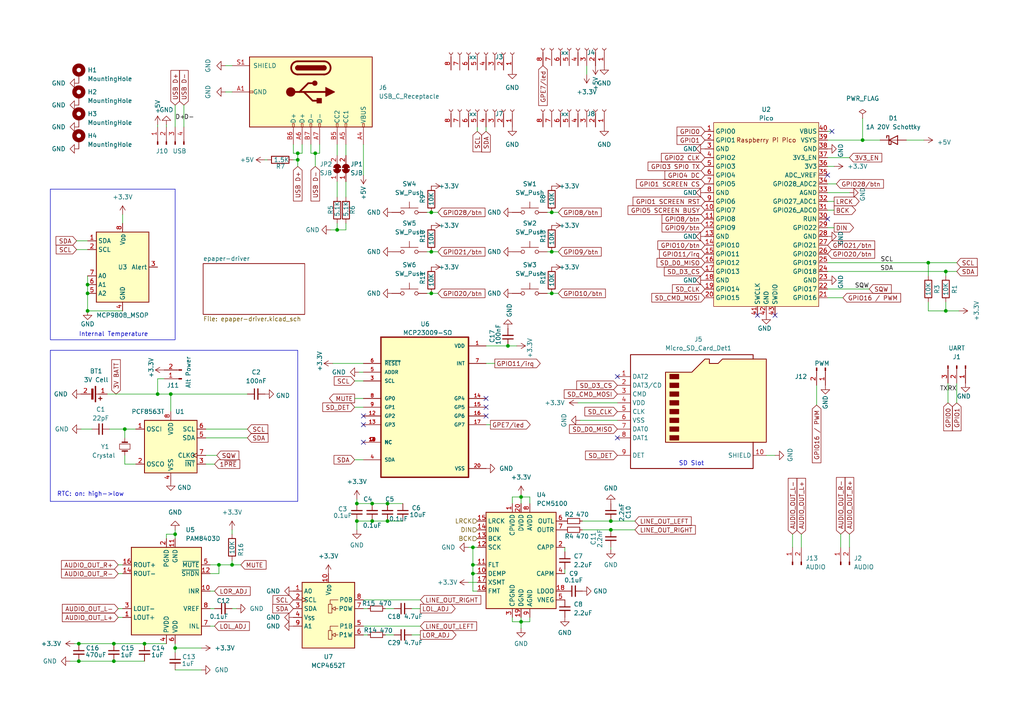
<source format=kicad_sch>
(kicad_sch (version 20231120) (generator "eeschema") (generator_version "8.0")
  (paper "A4")
  (junction (at 97.79 66.675))
  (junction (at 103.505 151.13))
  (junction (at 41.91 186.69))
  (junction (at 147.32 100.33))
  (junction (at 25.4 90.17))
  (junction (at 160.02 73.025))
  (junction (at 274.32 78.74))
  (junction (at 50.8 154.94))
  (junction (at 67.31 163.83))
  (junction (at 45.72 114.3))
  (junction (at 25.4 85.09))
  (junction (at 22.86 191.77))
  (junction (at 125.095 85.09))
  (junction (at 91.44 44.45))
  (junction (at 160.02 61.595))
  (junction (at 177.165 153.67))
  (junction (at 33.02 186.69))
  (junction (at 137.16 166.37))
  (junction (at 125.095 61.595))
  (junction (at 137.16 158.75))
  (junction (at 50.8 187.96))
  (junction (at 49.53 114.3))
  (junction (at 177.165 151.13))
  (junction (at 125.095 73.025))
  (junction (at 151.13 180.34))
  (junction (at 107.95 151.13))
  (junction (at 103.505 146.05))
  (junction (at 86.36 46.355))
  (junction (at 160.02 85.09))
  (junction (at 33.02 191.77))
  (junction (at 112.395 151.13))
  (junction (at 63.5 163.83))
  (junction (at 151.13 144.145))
  (junction (at 274.32 90.17))
  (junction (at 250.19 40.64))
  (junction (at 36.195 124.46))
  (junction (at 269.24 76.2))
  (junction (at 25.4 82.55))
  (junction (at 112.395 146.05))
  (junction (at 86.36 44.45))
  (junction (at 107.95 146.05))
  (junction (at 22.86 186.69))
  (junction (at 137.16 163.83))
  (no_connect (at 241.3 38.1))
  (no_connect (at 179.07 127))
  (no_connect (at 219.71 91.44))
  (no_connect (at 179.07 109.22))
  (no_connect (at 224.79 91.44))
  (no_connect (at 140.97 120.65))
  (no_connect (at 240.03 50.8))
  (no_connect (at 140.97 115.57))
  (no_connect (at 240.03 63.5))
  (no_connect (at 105.41 123.19))
  (no_connect (at 105.41 128.27))
  (no_connect (at 140.97 118.11))
  (no_connect (at 105.41 120.65))
  (wire (pts (xy 167.64 116.84) (xy 179.07 116.84)))
  (wire (pts (xy 137.16 163.83) (xy 137.16 166.37)))
  (wire (pts (xy 86.36 48.26) (xy 86.36 46.355)))
  (wire (pts (xy 92.71 44.45) (xy 92.71 41.91)))
  (wire (pts (xy 53.34 30.48) (xy 53.34 36.83)))
  (wire (pts (xy 121.92 176.53) (xy 119.38 176.53)))
  (wire (pts (xy 58.42 187.96) (xy 50.8 187.96)))
  (wire (pts (xy 168.91 153.67) (xy 177.165 153.67)))
  (polyline (pts (xy 14.605 54.864) (xy 14.605 98.425)))
  (polyline (pts (xy 86.36 101.6) (xy 14.605 101.6)))
  (wire (pts (xy 177.165 158.75) (xy 177.165 159.385)))
  (wire (pts (xy 240.03 83.82) (xy 252.095 83.82)))
  (wire (pts (xy 48.26 154.94) (xy 50.8 154.94)))
  (wire (pts (xy 34.29 176.53) (xy 35.56 176.53)))
  (wire (pts (xy 151.13 180.34) (xy 151.13 179.07)))
  (wire (pts (xy 236.855 117.475) (xy 236.855 111.76)))
  (polyline (pts (xy 14.605 145.415) (xy 86.36 145.415)))
  (wire (pts (xy 246.38 154.94) (xy 246.38 158.75)))
  (wire (pts (xy 240.03 76.2) (xy 269.24 76.2)))
  (wire (pts (xy 67.31 19.05) (xy 65.405 19.05)))
  (wire (pts (xy 232.41 154.94) (xy 232.41 158.75)))
  (wire (pts (xy 36.195 134.62) (xy 39.37 134.62)))
  (wire (pts (xy 106.68 176.53) (xy 105.41 176.53)))
  (wire (pts (xy 63.5 166.37) (xy 63.5 163.83)))
  (wire (pts (xy 262.89 40.64) (xy 267.97 40.64)))
  (wire (pts (xy 59.69 132.08) (xy 62.865 132.08)))
  (wire (pts (xy 116.84 146.05) (xy 112.395 146.05)))
  (wire (pts (xy 36.195 124.46) (xy 36.195 127)))
  (wire (pts (xy 21.59 186.69) (xy 22.86 186.69)))
  (wire (pts (xy 22.225 69.85) (xy 25.4 69.85)))
  (wire (pts (xy 50.8 187.96) (xy 50.8 186.69)))
  (wire (pts (xy 240.03 40.64) (xy 250.19 40.64)))
  (polyline (pts (xy 14.605 101.6) (xy 14.605 145.415)))
  (wire (pts (xy 67.31 176.53) (xy 68.58 176.53)))
  (wire (pts (xy 161.925 73.025) (xy 160.02 73.025)))
  (wire (pts (xy 148.59 179.07) (xy 148.59 180.34)))
  (wire (pts (xy 148.59 180.34) (xy 151.13 180.34)))
  (wire (pts (xy 34.29 179.07) (xy 35.56 179.07)))
  (wire (pts (xy 67.31 26.67) (xy 65.405 26.67)))
  (wire (pts (xy 135.89 168.91) (xy 138.43 168.91)))
  (wire (pts (xy 168.275 121.92) (xy 179.07 121.92)))
  (wire (pts (xy 246.38 55.88) (xy 240.03 55.88)))
  (wire (pts (xy 25.4 80.01) (xy 25.4 82.55)))
  (wire (pts (xy 103.505 151.13) (xy 107.95 151.13)))
  (wire (pts (xy 45.72 114.3) (xy 49.53 114.3)))
  (wire (pts (xy 90.17 41.91) (xy 90.17 44.45)))
  (wire (pts (xy 274.32 90.17) (xy 274.32 87.63)))
  (wire (pts (xy 31.115 114.3) (xy 45.72 114.3)))
  (wire (pts (xy 33.02 186.69) (xy 41.91 186.69)))
  (wire (pts (xy 62.23 181.61) (xy 60.96 181.61)))
  (wire (pts (xy 240.03 78.74) (xy 274.32 78.74)))
  (wire (pts (xy 106.68 184.15) (xy 105.41 184.15)))
  (wire (pts (xy 137.16 166.37) (xy 138.43 166.37)))
  (wire (pts (xy 86.36 46.355) (xy 86.36 44.45)))
  (wire (pts (xy 50.8 154.94) (xy 50.8 156.21)))
  (wire (pts (xy 114.3 184.15) (xy 111.76 184.15)))
  (wire (pts (xy 121.92 184.15) (xy 119.38 184.15)))
  (wire (pts (xy 100.33 41.91) (xy 100.33 45.085)))
  (wire (pts (xy 143.51 105.41) (xy 140.97 105.41)))
  (wire (pts (xy 102.87 110.49) (xy 105.41 110.49)))
  (wire (pts (xy 147.32 100.33) (xy 149.86 100.33)))
  (wire (pts (xy 76.835 46.355) (xy 77.47 46.355)))
  (wire (pts (xy 160.02 85.09) (xy 158.75 85.09)))
  (wire (pts (xy 90.17 44.45) (xy 91.44 44.45)))
  (wire (pts (xy 224.79 132.08) (xy 222.25 132.08)))
  (wire (pts (xy 102.87 118.11) (xy 105.41 118.11)))
  (wire (pts (xy 161.925 85.09) (xy 160.02 85.09)))
  (wire (pts (xy 148.59 146.05) (xy 148.59 144.145)))
  (wire (pts (xy 49.53 114.3) (xy 49.53 119.38)))
  (wire (pts (xy 151.13 182.245) (xy 151.13 180.34)))
  (wire (pts (xy 153.67 144.145) (xy 151.13 144.145)))
  (wire (pts (xy 135.89 158.75) (xy 137.16 158.75)))
  (wire (pts (xy 36.195 132.08) (xy 36.195 134.62)))
  (wire (pts (xy 151.13 143.51) (xy 151.13 144.145)))
  (wire (pts (xy 177.165 151.13) (xy 184.15 151.13)))
  (wire (pts (xy 60.96 163.83) (xy 63.5 163.83)))
  (wire (pts (xy 97.79 41.91) (xy 97.79 45.085)))
  (wire (pts (xy 163.83 158.75) (xy 163.83 160.02)))
  (wire (pts (xy 91.44 48.26) (xy 91.44 44.45)))
  (wire (pts (xy 45.72 109.855) (xy 45.72 114.3)))
  (wire (pts (xy 22.86 191.77) (xy 33.02 191.77)))
  (wire (pts (xy 86.36 44.45) (xy 87.63 44.45)))
  (wire (pts (xy 138.43 38.1) (xy 138.43 36.83)))
  (wire (pts (xy 153.67 180.34) (xy 151.13 180.34)))
  (wire (pts (xy 62.23 176.53) (xy 60.96 176.53)))
  (wire (pts (xy 123.825 85.09) (xy 125.095 85.09)))
  (wire (pts (xy 102.87 133.35) (xy 105.41 133.35)))
  (wire (pts (xy 160.02 61.595) (xy 158.75 61.595)))
  (wire (pts (xy 140.97 38.1) (xy 140.97 36.83)))
  (wire (pts (xy 33.02 191.77) (xy 41.91 191.77)))
  (wire (pts (xy 41.91 186.69) (xy 48.26 186.69)))
  (wire (pts (xy 269.24 80.01) (xy 269.24 76.2)))
  (wire (pts (xy 123.825 73.025) (xy 125.095 73.025)))
  (wire (pts (xy 246.38 45.72) (xy 240.03 45.72)))
  (wire (pts (xy 137.16 158.75) (xy 138.43 158.75)))
  (wire (pts (xy 91.44 44.45) (xy 92.71 44.45)))
  (wire (pts (xy 241.935 48.26) (xy 240.03 48.26)))
  (wire (pts (xy 137.16 171.45) (xy 138.43 171.45)))
  (wire (pts (xy 240.03 38.1) (xy 241.3 38.1)))
  (wire (pts (xy 100.33 52.705) (xy 100.33 57.15)))
  (wire (pts (xy 103.505 146.05) (xy 107.95 146.05)))
  (wire (pts (xy 168.91 151.13) (xy 177.165 151.13)))
  (wire (pts (xy 50.8 189.23) (xy 50.8 187.96)))
  (wire (pts (xy 104.14 107.95) (xy 105.41 107.95)))
  (wire (pts (xy 274.32 80.01) (xy 274.32 78.74)))
  (wire (pts (xy 34.29 163.83) (xy 35.56 163.83)))
  (wire (pts (xy 48.26 156.21) (xy 48.26 154.94)))
  (wire (pts (xy 244.475 86.36) (xy 240.03 86.36)))
  (wire (pts (xy 105.41 41.91) (xy 105.41 50.8)))
  (wire (pts (xy 25.4 90.17) (xy 35.56 90.17)))
  (wire (pts (xy 39.37 124.46) (xy 36.195 124.46)))
  (polyline (pts (xy 50.8 54.864) (xy 14.605 54.864)))
  (wire (pts (xy 50.8 36.83) (xy 50.8 30.48)))
  (wire (pts (xy 250.19 34.29) (xy 250.19 40.64)))
  (wire (pts (xy 269.24 87.63) (xy 269.24 90.17)))
  (wire (pts (xy 277.495 78.74) (xy 274.32 78.74)))
  (wire (pts (xy 105.41 181.61) (xy 121.92 181.61)))
  (wire (pts (xy 137.16 158.75) (xy 137.16 163.83)))
  (wire (pts (xy 278.13 90.17) (xy 274.32 90.17)))
  (wire (pts (xy 277.495 116.84) (xy 277.495 111.125)))
  (wire (pts (xy 137.16 163.83) (xy 138.43 163.83)))
  (wire (pts (xy 34.29 166.37) (xy 35.56 166.37)))
  (wire (pts (xy 49.53 114.3) (xy 71.755 114.3)))
  (wire (pts (xy 170.18 21.59) (xy 170.18 19.05)))
  (wire (pts (xy 59.69 124.46) (xy 71.755 124.46)))
  (wire (pts (xy 63.5 163.83) (xy 67.31 163.83)))
  (wire (pts (xy 85.09 41.91) (xy 85.09 44.45)))
  (wire (pts (xy 151.13 144.145) (xy 151.13 146.05)))
  (wire (pts (xy 137.16 166.37) (xy 137.16 171.45)))
  (wire (pts (xy 229.87 154.94) (xy 229.87 158.75)))
  (wire (pts (xy 97.79 52.705) (xy 97.79 57.15)))
  (wire (pts (xy 62.23 134.62) (xy 59.69 134.62)))
  (wire (pts (xy 103.505 144.78) (xy 103.505 146.05)))
  (wire (pts (xy 45.72 109.855) (xy 47.625 109.855)))
  (wire (pts (xy 100.33 64.77) (xy 100.33 66.675)))
  (wire (pts (xy 277.495 76.2) (xy 269.24 76.2)))
  (wire (pts (xy 177.165 153.67) (xy 184.15 153.67)))
  (wire (pts (xy 45.72 36.83) (xy 45.72 36.195)))
  (wire (pts (xy 107.95 151.13) (xy 112.395 151.13)))
  (wire (pts (xy 241.935 66.04) (xy 240.03 66.04)))
  (wire (pts (xy 241.935 58.42) (xy 240.03 58.42)))
  (wire (pts (xy 153.67 146.05) (xy 153.67 144.145)))
  (wire (pts (xy 87.63 44.45) (xy 87.63 41.91)))
  (polyline (pts (xy 50.8 98.425) (xy 50.8 54.864)))
  (wire (pts (xy 22.86 186.69) (xy 33.02 186.69)))
  (wire (pts (xy 100.33 66.675) (xy 97.79 66.675)))
  (wire (pts (xy 50.8 153.67) (xy 50.8 154.94)))
  (wire (pts (xy 250.19 40.64) (xy 255.27 40.64)))
  (wire (pts (xy 274.32 90.17) (xy 269.24 90.17)))
  (wire (pts (xy 67.31 163.83) (xy 69.85 163.83)))
  (wire (pts (xy 25.4 85.09) (xy 25.4 90.17)))
  (wire (pts (xy 67.31 162.56) (xy 67.31 163.83)))
  (wire (pts (xy 62.23 171.45) (xy 60.96 171.45)))
  (wire (pts (xy 125.095 61.595) (xy 127 61.595)))
  (wire (pts (xy 22.225 72.39) (xy 25.4 72.39)))
  (polyline (pts (xy 86.36 145.415) (xy 86.36 101.6)))
  (wire (pts (xy 114.3 176.53) (xy 111.76 176.53)))
  (wire (pts (xy 105.41 173.99) (xy 121.92 173.99)))
  (wire (pts (xy 67.31 153.67) (xy 67.31 154.94)))
  (wire (pts (xy 125.095 85.09) (xy 127 85.09)))
  (wire (pts (xy 148.59 144.145) (xy 151.13 144.145)))
  (wire (pts (xy 97.79 64.77) (xy 97.79 66.675)))
  (wire (pts (xy 163.83 165.1) (xy 163.83 166.37)))
  (wire (pts (xy 160.02 73.025) (xy 158.75 73.025)))
  (wire (pts (xy 58.42 194.31) (xy 50.8 194.31)))
  (wire (pts (xy 140.97 100.33) (xy 147.32 100.33)))
  (wire (pts (xy 31.75 124.46) (xy 36.195 124.46)))
  (wire (pts (xy 25.4 82.55) (xy 25.4 85.09)))
  (wire (pts (xy 123.825 61.595) (xy 125.095 61.595)))
  (wire (pts (xy 85.09 44.45) (xy 86.36 44.45)))
  (wire (pts (xy 96.52 105.41) (xy 105.41 105.41)))
  (wire (pts (xy 60.96 166.37) (xy 63.5 166.37)))
  (wire (pts (xy 241.935 60.96) (xy 240.03 60.96)))
  (wire (pts (xy 95.885 66.675) (xy 97.79 66.675)))
  (wire (pts (xy 107.95 146.05) (xy 112.395 146.05)))
  (wire (pts (xy 243.84 154.94) (xy 243.84 158.75)))
  (wire (pts (xy 142.24 123.19) (xy 140.97 123.19)))
  (wire (pts (xy 20.32 191.77) (xy 22.86 191.77)))
  (wire (pts (xy 35.56 62.23) (xy 35.56 64.77)))
  (wire (pts (xy 274.955 116.84) (xy 274.955 111.125)))
  (polyline (pts (xy 14.605 98.552) (xy 50.8 98.552)))
  (wire (pts (xy 48.26 36.83) (xy 48.26 36.195)))
  (wire (pts (xy 102.87 115.57) (xy 105.41 115.57)))
  (wire (pts (xy 112.395 151.13) (xy 116.84 151.13)))
  (wire (pts (xy 153.67 179.07) (xy 153.67 180.34)))
  (wire (pts (xy 125.095 73.025) (xy 127 73.025)))
  (wire (pts (xy 59.69 127) (xy 71.755 127)))
  (wire (pts (xy 23.495 124.46) (xy 26.67 124.46)))
  (wire (pts (xy 242.57 53.34) (xy 240.03 53.34)))
  (wire (pts (xy 161.925 61.595) (xy 160.02 61.595)))
  (wire (pts (xy 103.505 151.13) (xy 103.505 153.67)))
  (wire (pts (xy 85.09 46.355) (xy 86.36 46.355)))
  (text "SD Slot" (at 196.85 135.255 0) (effects (font (size 1.27 1.27)) (justify left bottom)))
  (text "Internal Temperature" (at 22.86 97.79 0) (effects (font (size 1.27 1.27)) (justify left bottom)))
  (text "RTC: on: high->low" (at 16.51 144.145 0) (effects (font (size 1.27 1.27)) (justify left bottom)))
  (label "SQW" (at 252.095 83.82 180))
  (label "D-" (at 53.34 34.925 0))
  (label "D+" (at 50.8 34.925 0))
  (label "RX" (at 277.495 113.665 180))
  (label "SCL" (at 259.08 76.2 180))
  (label "SDA" (at 259.08 78.74 180))
  (label "TX" (at 274.955 113.665 180))
  (global_label "GPIO1 SCREEN RST" (shape input) (at 204.47 58.42 180) (property "Intersheetrefs" "${INTERSHEET_REFS}" (effects (hide yes))))
  (global_label "LINE_OUT_RIGHT" (shape input) (at 184.15 153.67 0) (property "Intersheetrefs" "${INTERSHEET_REFS}" (effects (hide yes))))
  (global_label "1~{PRE}" (shape input) (at 62.23 134.62 0) (property "Intersheetrefs" "${INTERSHEET_REFS}" (effects (hide yes))))
  (global_label "AUDIO_OUT_L-" (shape input) (at 34.29 176.53 180) (property "Intersheetrefs" "${INTERSHEET_REFS}" (effects (hide yes))))
  (global_label "SDA" (shape input) (at 85.09 176.53 180) (property "Intersheetrefs" "${INTERSHEET_REFS}" (effects (hide yes))))
  (global_label "SCL" (shape input) (at 277.495 76.2 0) (property "Intersheetrefs" "${INTERSHEET_REFS}" (effects (hide yes))))
  (global_label "SD_D3_CS" (shape input) (at 179.07 111.76 180) (property "Intersheetrefs" "${INTERSHEET_REFS}" (effects (hide yes))))
  (global_label "SD_DET" (shape input) (at 179.07 132.08 180) (property "Intersheetrefs" "${INTERSHEET_REFS}" (effects (hide yes))))
  (global_label "GPE7{slash}led" (shape input) (at 157.48 19.05 270) (property "Intersheetrefs" "${INTERSHEET_REFS}" (effects (hide yes))))
  (global_label "GPIO4 DC" (shape input) (at 204.47 50.8 180) (property "Intersheetrefs" "${INTERSHEET_REFS}" (effects (hide yes))))
  (global_label "GPIO0" (shape input) (at 204.47 38.1 180) (property "Intersheetrefs" "${INTERSHEET_REFS}" (effects (hide yes))))
  (global_label "LRCK" (shape output) (at 241.935 58.42 0) (property "Intersheetrefs" "${INTERSHEET_REFS}" (effects (hide yes))))
  (global_label "GPIO1" (shape input) (at 204.47 40.64 180) (property "Intersheetrefs" "${INTERSHEET_REFS}" (effects (hide yes))))
  (global_label "3V BATT" (shape input) (at 33.655 114.3 90) (property "Intersheetrefs" "${INTERSHEET_REFS}" (effects (hide yes))))
  (global_label "USB D+" (shape input) (at 50.8 30.48 90) (property "Intersheetrefs" "${INTERSHEET_REFS}" (effects (hide yes))))
  (global_label "GPIO20{slash}btn" (shape input) (at 240.03 73.66 0) (property "Intersheetrefs" "${INTERSHEET_REFS}" (effects (hide yes))))
  (global_label "SDA" (shape input) (at 22.225 69.85 180) (property "Intersheetrefs" "${INTERSHEET_REFS}" (effects (hide yes))))
  (global_label "LINE_OUT_LEFT" (shape input) (at 184.15 151.13 0) (property "Intersheetrefs" "${INTERSHEET_REFS}" (effects (hide yes))))
  (global_label "AUDIO_OUT_R-" (shape input) (at 34.29 166.37 180) (property "Intersheetrefs" "${INTERSHEET_REFS}" (effects (hide yes))))
  (global_label "GPIO28{slash}btn" (shape input) (at 242.57 53.34 0) (property "Intersheetrefs" "${INTERSHEET_REFS}" (effects (hide yes))))
  (global_label "3V3_EN" (shape input) (at 246.38 45.72 0) (property "Intersheetrefs" "${INTERSHEET_REFS}" (effects (hide yes))))
  (global_label "GPIO10{slash}btn" (shape input) (at 161.925 85.09 0) (property "Intersheetrefs" "${INTERSHEET_REFS}" (effects (hide yes))))
  (global_label "SD_CLK" (shape input) (at 204.47 83.82 180) (property "Intersheetrefs" "${INTERSHEET_REFS}" (effects (hide yes))))
  (global_label "SD_DET" (shape input) (at 102.87 118.11 180) (property "Intersheetrefs" "${INTERSHEET_REFS}" (effects (hide yes))))
  (global_label "GPIO1 SCREEN CS" (shape input) (at 204.47 53.34 180) (property "Intersheetrefs" "${INTERSHEET_REFS}" (effects (hide yes))))
  (global_label "SCL" (shape input) (at 22.225 72.39 180) (property "Intersheetrefs" "${INTERSHEET_REFS}" (effects (hide yes))))
  (global_label "USB D+" (shape input) (at 86.36 48.26 270) (property "Intersheetrefs" "${INTERSHEET_REFS}" (effects (hide yes))))
  (global_label "USB D-" (shape input) (at 53.34 30.48 90) (property "Intersheetrefs" "${INTERSHEET_REFS}" (effects (hide yes))))
  (global_label "SD_D3_CS" (shape input) (at 204.47 78.74 180) (property "Intersheetrefs" "${INTERSHEET_REFS}" (effects (hide yes))))
  (global_label "SD_D0_MISO" (shape input) (at 179.07 124.46 180) (property "Intersheetrefs" "${INTERSHEET_REFS}" (effects (hide yes))))
  (global_label "SDA" (shape input) (at 140.97 38.1 270) (property "Intersheetrefs" "${INTERSHEET_REFS}" (effects (hide yes))))
  (global_label "AUDIO_OUT_R-" (shape input) (at 243.84 154.94 90) (property "Intersheetrefs" "${INTERSHEET_REFS}" (effects (hide yes))))
  (global_label "GPE7{slash}led" (shape output) (at 142.24 123.19 0) (property "Intersheetrefs" "${INTERSHEET_REFS}" (effects (hide yes))))
  (global_label "SD_CLK" (shape input) (at 179.07 119.38 180) (property "Intersheetrefs" "${INTERSHEET_REFS}" (effects (hide yes))))
  (global_label "SCL" (shape input) (at 71.755 124.46 0) (property "Intersheetrefs" "${INTERSHEET_REFS}" (effects (hide yes))))
  (global_label "MUTE" (shape input) (at 69.85 163.83 0) (property "Intersheetrefs" "${INTERSHEET_REFS}" (effects (hide yes))))
  (global_label "LINE_OUT_LEFT" (shape input) (at 121.92 181.61 0) (property "Intersheetrefs" "${INTERSHEET_REFS}" (effects (hide yes))))
  (global_label "SQW" (shape input) (at 62.865 132.08 0) (property "Intersheetrefs" "${INTERSHEET_REFS}" (effects (hide yes))))
  (global_label "GPIO8{slash}btn" (shape input) (at 161.925 61.595 0) (property "Intersheetrefs" "${INTERSHEET_REFS}" (effects (hide yes))))
  (global_label "SQW" (shape input) (at 252.095 83.82 0) (property "Intersheetrefs" "${INTERSHEET_REFS}" (effects (hide yes))))
  (global_label "GPIO9{slash}btn" (shape input) (at 204.47 66.04 180) (property "Intersheetrefs" "${INTERSHEET_REFS}" (effects (hide yes))))
  (global_label "GPIO1" (shape input) (at 277.495 116.84 270) (property "Intersheetrefs" "${INTERSHEET_REFS}" (effects (hide yes))))
  (global_label "LOR_ADJ" (shape output) (at 121.92 184.15 0) (property "Intersheetrefs" "${INTERSHEET_REFS}" (effects (hide yes))))
  (global_label "GPIO11{slash}irq" (shape output) (at 143.51 105.41 0) (property "Intersheetrefs" "${INTERSHEET_REFS}" (effects (hide yes))))
  (global_label "BCK" (shape output) (at 241.935 60.96 0) (property "Intersheetrefs" "${INTERSHEET_REFS}" (effects (hide yes))))
  (global_label "LINE_OUT_RIGHT" (shape input) (at 121.92 173.99 0) (property "Intersheetrefs" "${INTERSHEET_REFS}" (effects (hide yes))))
  (global_label "LOL_ADJ" (shape input) (at 62.23 181.61 0) (property "Intersheetrefs" "${INTERSHEET_REFS}" (effects (hide yes))))
  (global_label "AUDIO_OUT_L-" (shape input) (at 229.87 154.94 90) (property "Intersheetrefs" "${INTERSHEET_REFS}" (effects (hide yes))))
  (global_label "DIN" (shape output) (at 241.935 66.04 0) (property "Intersheetrefs" "${INTERSHEET_REFS}" (effects (hide yes))))
  (global_label "GPIO9{slash}btn" (shape input) (at 161.925 73.025 0) (property "Intersheetrefs" "${INTERSHEET_REFS}" (effects (hide yes))))
  (global_label "GPIO28{slash}btn" (shape input) (at 127 61.595 0) (property "Intersheetrefs" "${INTERSHEET_REFS}" (effects (hide yes))))
  (global_label "SDA" (shape input) (at 71.755 127 0) (property "Intersheetrefs" "${INTERSHEET_REFS}" (effects (hide yes))))
  (global_label "GPIO3 SPI0 TX" (shape input) (at 204.47 48.26 180) (property "Intersheetrefs" "${INTERSHEET_REFS}" (effects (hide yes))))
  (global_label "GPIO8{slash}btn" (shape input) (at 204.47 63.5 180) (property "Intersheetrefs" "${INTERSHEET_REFS}" (effects (hide yes))))
  (global_label "AUDIO_OUT_R+" (shape input) (at 34.29 163.83 180) (property "Intersheetrefs" "${INTERSHEET_REFS}" (effects (hide yes))))
  (global_label "LOL_ADJ" (shape output) (at 121.92 176.53 0) (property "Intersheetrefs" "${INTERSHEET_REFS}" (effects (hide yes))))
  (global_label "GPIO2 CLK" (shape input) (at 204.47 45.72 180) (property "Intersheetrefs" "${INTERSHEET_REFS}" (effects (hide yes))))
  (global_label "GPIO21{slash}btn" (shape input) (at 240.03 71.12 0) (property "Intersheetrefs" "${INTERSHEET_REFS}" (effects (hide yes))))
  (global_label "AUDIO_OUT_R+" (shape input) (at 246.38 154.94 90) (property "Intersheetrefs" "${INTERSHEET_REFS}" (effects (hide yes))))
  (global_label "GPIO5 SCREEN BUSY" (shape input) (at 204.47 60.96 180) (property "Intersheetrefs" "${INTERSHEET_REFS}" (effects (hide yes))))
  (global_label "SCL" (shape input) (at 85.09 173.99 180) (property "Intersheetrefs" "${INTERSHEET_REFS}" (effects (hide yes))))
  (global_label "SD_CMD_MOSI" (shape input) (at 179.07 114.3 180) (property "Intersheetrefs" "${INTERSHEET_REFS}" (effects (hide yes))))
  (global_label "MUTE" (shape output) (at 102.87 115.57 180) (property "Intersheetrefs" "${INTERSHEET_REFS}" (effects (hide yes))))
  (global_label "GPIO0" (shape input) (at 274.955 116.84 270) (property "Intersheetrefs" "${INTERSHEET_REFS}" (effects (hide yes))))
  (global_label "LOR_ADJ" (shape input) (at 62.23 171.45 0) (property "Intersheetrefs" "${INTERSHEET_REFS}" (effects (hide yes))))
  (global_label "GPIO11{slash}irq" (shape input) (at 204.47 73.66 180) (property "Intersheetrefs" "${INTERSHEET_REFS}" (effects (hide yes))))
  (global_label "SDA" (shape input) (at 102.87 133.35 180) (property "Intersheetrefs" "${INTERSHEET_REFS}" (effects (hide yes))))
  (global_label "SCL" (shape input) (at 102.87 110.49 180) (property "Intersheetrefs" "${INTERSHEET_REFS}" (effects (hide yes))))
  (global_label "USB D-" (shape input) (at 91.44 48.26 270) (property "Intersheetrefs" "${INTERSHEET_REFS}" (effects (hide yes))))
  (global_label "SD_CMD_MOSI" (shape input) (at 204.47 86.36 180) (property "Intersheetrefs" "${INTERSHEET_REFS}" (effects (hide yes))))
  (global_label "SD_D0_MISO" (shape input) (at 204.47 76.2 180) (property "Intersheetrefs" "${INTERSHEET_REFS}" (effects (hide yes))))
  (global_label "GPIO21{slash}btn" (shape input) (at 127 73.025 0) (property "Intersheetrefs" "${INTERSHEET_REFS}" (effects (hide yes))))
  (global_label "GPIO16 {slash} PWM" (shape input) (at 236.855 117.475 270) (property "Intersheetrefs" "${INTERSHEET_REFS}" (effects (hide yes))))
  (global_label "GPIO16 {slash} PWM" (shape input) (at 244.475 86.36 0) (property "Intersheetrefs" "${INTERSHEET_REFS}" (effects (hide yes))))
  (global_label "GPIO20{slash}btn" (shape input) (at 127 85.09 0) (property "Intersheetrefs" "${INTERSHEET_REFS}" (effects (hide yes))))
  (global_label "AUDIO_OUT_L+" (shape input) (at 232.41 154.94 90) (property "Intersheetrefs" "${INTERSHEET_REFS}" (effects (hide yes))))
  (global_label "GPIO10{slash}btn" (shape input) (at 204.47 71.12 180) (property "Intersheetrefs" "${INTERSHEET_REFS}" (effects (hide yes))))
  (global_label "AUDIO_OUT_L+" (shape input) (at 34.29 179.07 180) (property "Intersheetrefs" "${INTERSHEET_REFS}" (effects (hide yes))))
  (global_label "SDA" (shape input) (at 277.495 78.74 0) (property "Intersheetrefs" "${INTERSHEET_REFS}" (effects (hide yes))))
  (global_label "SCL" (shape input) (at 138.43 38.1 270) (property "Intersheetrefs" "${INTERSHEET_REFS}" (effects (hide yes))))
  (hierarchical_label "LRCK" (shape input) (at 138.43 151.13 180))
  (hierarchical_label "DIN" (shape input) (at 138.43 153.67 180))
  (hierarchical_label "BCK" (shape input) (at 138.43 156.21 180))
  (symbol (lib_id "Device:Battery_Cell") (at 26.035 114.3 270) (unit 1)
    (property "Reference" "BT1" (at 27.8765 107.6325 90))
    (property "Value" "3V Cell" (at 27.8765 110.1725 90))
    (property "Footprint" "cell:MPD_BC501SM-TR" (effects (hide yes)))
  )
  (symbol (lib_id "Device:R") (at 160.02 57.785 0) (unit 1)
    (property "Reference" "R8" (at 157.48 59.055 90) (effects (justify left)))
    (property "Value" "10K" (at 160.02 59.69 90) (effects (justify left)))
    (property "Footprint" "Resistor_SMD:R_0603_1608Metric" (effects (hide yes)))
    (property "LCSC" "C25744" (effects (hide yes)))
  )
  (symbol (lib_id "Device:C_Small") (at 116.84 176.53 90) (unit 1)
    (property "Reference" "C18" (at 114.3 178.816 90))
    (property "Value" "4.7uF" (at 119.888 178.816 90))
    (property "Footprint" "Capacitor_SMD:C_0603_1608Metric" (effects (hide yes)))
  )
  (symbol (lib_id "Device:C_Small") (at 50.8 191.77 0) (unit 1)
    (property "Reference" "C13" (at 52.832 190.5 0) (effects (justify left)))
    (property "Value" "1uF" (at 52.705 192.4939 0) (effects (justify left)))
    (property "Footprint" "Capacitor_SMD:C_0603_1608Metric" (effects (hide yes)))
  )
  (symbol (lib_id "power:GND") (at 76.835 114.3 90) (unit 1)
    (property "Reference" "#PWR05" (effects (hide yes)))
    (property "Value" "GND" (at 80.01 114.7338 90) (effects (justify right)))
  )
  (symbol (lib_id "power:GND") (at 58.42 194.31 90) (unit 1)
    (property "Reference" "#PWR073" (effects (hide yes)))
    (property "Value" "GND" (at 62.23 194.3099 90) (effects (justify right)))
  )
  (symbol (lib_id "power:GND") (at 151.13 182.245 0) (unit 1)
    (property "Reference" "#PWR037" (effects (hide yes)))
    (property "Value" "GND" (at 151.13 186.69 0))
  )
  (symbol (lib_id "Connector:Conn_01x08_Socket") (at 167.64 31.75 270) (mirror x) (unit 1)
    (property "Reference" "J8" (at 171.45 33.02 90))
    (property "Value" "xx" (at 163.83 33.02 90))
    (property "Footprint" "Connector_PinSocket_2.54mm:PinSocket_1x08_P2.54mm_Vertical" (effects (hide yes)))
  )
  (symbol (lib_id "power:+3.3V") (at 103.505 144.78 0) (unit 1)
    (property "Reference" "#PWR054" (effects (hide yes)))
    (property "Value" "+3.3V" (at 103.505 139.7 0))
  )
  (symbol (lib_id "Device:C_Small") (at 33.02 189.23 0) (unit 1)
    (property "Reference" "C15" (at 35.052 187.96 0) (effects (justify left)))
    (property "Value" "1uF" (at 34.925 189.9539 0) (effects (justify left)))
    (property "Footprint" "Capacitor_SMD:C_0603_1608Metric" (effects (hide yes)))
  )
  (symbol (lib_id "power:GND") (at 204.47 68.58 270) (unit 1)
    (property "Reference" "#PWR08" (effects (hide yes)))
    (property "Value" "GND" (at 198.12 68.58 90) (effects (justify left)))
  )
  (symbol (lib_id "power:GND") (at 22.86 36.83 270) (unit 1)
    (property "Reference" "#PWR066" (effects (hide yes)))
    (property "Value" "GND" (at 19.05 36.83 90) (effects (justify right)))
  )
  (symbol (lib_id "power:+3.3V") (at 47.625 107.315 90) (unit 1)
    (property "Reference" "#PWR03" (effects (hide yes)))
    (property "Value" "+3.3V" (at 43.815 106.68 0))
  )
  (symbol (lib_id "power:+3.3V") (at 170.18 21.59 180) (unit 1)
    (property "Reference" "#PWR048" (effects (hide yes)))
    (property "Value" "+3.3V" (at 170.18 26.67 0))
  )
  (symbol (lib_id "power:+3.3V") (at 160.02 77.47 270) (unit 1)
    (property "Reference" "#PWR063" (effects (hide yes)))
    (property "Value" "+3.3V" (at 165.1 77.47 90))
  )
  (symbol (lib_id "Device:C_Small") (at 177.165 156.21 180) (unit 1)
    (property "Reference" "C11" (at 172.085 156.21 90))
    (property "Value" "2.2nF" (at 173.99 156.21 90))
    (property "Footprint" "Capacitor_SMD:C_0603_1608Metric" (effects (hide yes)))
  )
  (symbol (lib_id "Device:R_Small") (at 109.22 184.15 90) (unit 1)
    (property "Reference" "R14" (at 107.442 182.753 90))
    (property "Value" "470" (at 112.014 182.88 90))
    (property "Footprint" "Resistor_SMD:R_0603_1608Metric" (effects (hide yes)))
  )
  (symbol (lib_id "power:+5V") (at 45.72 36.195 0) (unit 1)
    (property "Reference" "#PWR056" (effects (hide yes)))
    (property "Value" "+5V" (at 45.72 33.02 90) (effects (justify left)))
  )
  (symbol (lib_id "power:+5V") (at 267.97 40.64 270) (unit 1)
    (property "Reference" "#PWR017" (effects (hide yes)))
    (property "Value" "+5V" (at 271.78 41.275 90) (effects (justify left)))
  )
  (symbol (lib_id "Connector:Micro_SD_Card_Det1") (at 201.93 119.38 0) (unit 1)
    (property "Reference" "J5" (at 202.565 98.425 0))
    (property "Value" "Micro_SD_Card_Det1" (at 202.565 100.965 0))
    (property "Footprint" "Connector_Card:microSD_HC_Hirose_DM3AT-SF-PEJM5" (effects (hide yes)))
    (property "Datasheet" "https://datasheet.lcsc.com/lcsc/2110151630_XKB-Connectivity-XKTF-015-N_C381082.pdf" (effects (hide yes)))
  )
  (symbol (lib_id "power:+3.3V") (at 160.02 65.405 270) (unit 1)
    (property "Reference" "#PWR064" (effects (hide yes)))
    (property "Value" "+3.3V" (at 165.1 65.405 90))
  )
  (symbol (lib_id "Device:C_Small") (at 177.165 148.59 0) (unit 1)
    (property "Reference" "C10" (at 182.245 148.59 90))
    (property "Value" "2.2nF" (at 180.34 148.59 90))
    (property "Footprint" "Capacitor_SMD:C_0603_1608Metric" (effects (hide yes)))
  )
  (symbol (lib_id "power:GND") (at 239.395 111.76 0) (unit 1)
    (property "Reference" "#PWR072" (effects (hide yes)))
    (property "Value" "GND" (at 239.395 118.745 90) (effects (justify left)))
  )
  (symbol (lib_id "Device:C_Small") (at 103.505 148.59 180) (unit 1)
    (property "Reference" "C3" (at 99.3775 147.6375 0))
    (property "Value" "0.1uF" (at 99.3775 149.5425 0))
    (property "Footprint" "Capacitor_SMD:C_0603_1608Metric" (effects (hide yes)))
  )
  (symbol (lib_id "power:GND") (at 204.47 43.18 270) (unit 1)
    (property "Reference" "#PWR06" (effects (hide yes)))
    (property "Value" "GND" (at 198.12 43.18 90) (effects (justify left)))
  )
  (symbol (lib_id "Device:R_Small") (at 109.22 176.53 270) (unit 1)
    (property "Reference" "R15" (at 106.934 175.006 90))
    (property "Value" "470" (at 111.76 175.006 90))
    (property "Footprint" "Resistor_SMD:R_0603_1608Metric" (effects (hide yes)))
  )
  (symbol (lib_id "Device:C_Small") (at 22.86 189.23 0) (unit 1)
    (property "Reference" "C16" (at 24.892 187.96 0) (effects (justify left)))
    (property "Value" "470uF" (at 24.765 189.9539 0) (effects (justify left)))
    (property "Footprint" "Capacitor_SMD:C_0603_1608Metric" (effects (hide yes)))
  )
  (symbol (lib_id "power:GND") (at 148.59 73.025 270) (unit 1)
    (property "Reference" "#PWR051" (effects (hide yes)))
    (property "Value" "GND" (at 145.415 73.025 90) (effects (justify right)))
  )
  (symbol (lib_id "Device:R") (at 67.31 158.75 180) (unit 1)
    (property "Reference" "R16" (at 69.85 157.48 90) (effects (justify left)))
    (property "Value" "10K" (at 67.31 156.845 90) (effects (justify left)))
    (property "Footprint" "Resistor_SMD:R_0603_1608Metric" (effects (hide yes)))
    (property "LCSC" "C25744" (effects (hide yes)))
  )
  (symbol (lib_id "power:+3.3V") (at 58.42 187.96 270) (unit 1)
    (property "Reference" "#PWR039" (effects (hide yes)))
    (property "Value" "+3.3V" (at 62.23 187.9599 90) (effects (justify left)))
  )
  (symbol (lib_id "power:GND") (at 49.53 139.7 0) (unit 1)
    (property "Reference" "#PWR04" (effects (hide yes)))
    (property "Value" "GND" (at 51.435 141.4038 0) (effects (justify left)))
  )
  (symbol (lib_id "Sensor_Temperature:MCP9808_MSOP") (at 35.56 77.47 0) (unit 1)
    (property "Reference" "U3" (at 35.56 77.47 0))
    (property "Value" "MCP9808_MSOP" (at 35.56 91.44 0))
    (property "Footprint" "Package_SO:MSOP-8_3x3mm_P0.65mm" (effects (hide yes)))
    (property "Datasheet" "http://ww1.microchip.com/downloads/en/DeviceDoc/22203b.pdf" (effects (hide yes)))
    (property "LCSC" "C129490" (effects (hide yes)))
  )
  (symbol (lib_id "Device:C_Small") (at 147.32 97.79 180) (unit 1)
    (property "Reference" "C17" (at 142.748 97.536 90))
    (property "Value" "100nF" (at 144.526 97.028 90))
    (property "Footprint" "Capacitor_SMD:C_0603_1608Metric" (effects (hide yes)))
    (property "LCSC" "C1525" (effects (hide yes)))
  )
  (symbol (lib_id "Device:C_Small") (at 166.37 171.45 90) (unit 1)
    (property "Reference" "C9" (at 166.37 166.37 90))
    (property "Value" "0.1uF" (at 166.37 168.275 90))
    (property "Footprint" "Capacitor_SMD:C_0603_1608Metric" (effects (hide yes)))
  )
  (symbol (lib_id "power:GND") (at 103.505 153.67 0) (unit 1)
    (property "Reference" "#PWR029" (effects (hide yes)))
    (property "Value" "GND" (at 103.505 158.115 0))
  )
  (symbol (lib_id "power:GND") (at 148.59 61.595 270) (unit 1)
    (property "Reference" "#PWR050" (effects (hide yes)))
    (property "Value" "GND" (at 145.415 61.595 90) (effects (justify right)))
  )
  (symbol (lib_id "power:GND") (at 168.275 121.92 270) (unit 1)
    (property "Reference" "#PWR030" (effects (hide yes)))
    (property "Value" "GND" (at 163.576 121.92 0))
  )
  (symbol (lib_id "Device:R") (at 100.33 60.96 0) (unit 1)
    (property "Reference" "R6" (at 102.235 62.23 90) (effects (justify left)))
    (property "Value" "5.1K" (at 100.33 62.865 90) (effects (justify left)))
    (property "Footprint" "Resistor_SMD:R_0603_1608Metric" (effects (hide yes)))
  )
  (symbol (lib_id "Device:R") (at 160.02 69.215 0) (unit 1)
    (property "Reference" "R13" (at 157.48 70.485 90) (effects (justify left)))
    (property "Value" "10K" (at 160.02 71.12 90) (effects (justify left)))
    (property "Footprint" "Resistor_SMD:R_0603_1608Metric" (effects (hide yes)))
    (property "LCSC" "C25744" (effects (hide yes)))
  )
  (symbol (lib_id "power:GND") (at 175.26 19.05 0) (unit 1)
    (property "Reference" "#PWR022" (effects (hide yes)))
    (property "Value" "GND" (at 175.26 24.13 0))
  )
  (symbol (lib_id "power:+3.3V") (at 125.095 65.405 270) (unit 1)
    (property "Reference" "#PWR061" (effects (hide yes)))
    (property "Value" "+3.3V" (at 130.175 65.405 90))
  )
  (symbol (lib_id "Jumper:SolderJumper_2_Bridged") (at 97.79 48.895 90) (unit 1)
    (property "Reference" "JP2" (at 92.71 47.625 90) (effects (justify right)))
    (property "Value" "SJB" (at 92.71 50.165 90) (effects (justify right)))
    (property "Footprint" "Jumper:SolderJumper-2_P1.3mm_Bridged_RoundedPad1.0x1.5mm" (effects (hide yes)))
  )
  (symbol (lib_id "Device:R") (at 160.02 81.28 0) (unit 1)
    (property "Reference" "R12" (at 157.48 82.55 90) (effects (justify left)))
    (property "Value" "10K" (at 160.02 83.185 90) (effects (justify left)))
    (property "Footprint" "Resistor_SMD:R_0603_1608Metric" (effects (hide yes)))
    (property "LCSC" "C25744" (effects (hide yes)))
  )
  (symbol (lib_id "power:GND") (at 22.86 43.18 270) (unit 1)
    (property "Reference" "#PWR065" (effects (hide yes)))
    (property "Value" "GND" (at 19.05 43.18 90) (effects (justify right)))
  )
  (symbol (lib_id "power:+3.3V") (at 241.935 48.26 270) (unit 1)
    (property "Reference" "#PWR012" (effects (hide yes)))
    (property "Value" "+3.3V" (at 245.745 48.26 90) (effects (justify left)))
  )
  (symbol (lib_id "Device:R_Small") (at 166.37 153.67 90) (unit 1)
    (property "Reference" "R4" (at 165.1 155.575 90))
    (property "Value" "470" (at 168.91 155.575 90))
    (property "Footprint" "Resistor_SMD:R_0603_1608Metric" (effects (hide yes)))
  )
  (symbol (lib_id "power:GND") (at 177.165 159.385 0) (unit 1)
    (property "Reference" "#PWR031" (effects (hide yes)))
    (property "Value" "GND" (at 177.165 163.83 0))
  )
  (symbol (lib_id "power:GND") (at 85.09 179.07 270) (unit 1)
    (property "Reference" "#PWR080" (effects (hide yes)))
    (property "Value" "GND" (at 81.28 179.0699 90) (effects (justify right)))
  )
  (symbol (lib_id "Connector:Conn_01x08_Socket") (at 140.97 31.75 270) (mirror x) (unit 1)
    (property "Reference" "J7" (at 144.78 33.02 90))
    (property "Value" "xx" (at 137.16 33.02 90))
    (property "Footprint" "Connector_PinSocket_2.54mm:PinSocket_1x08_P2.54mm_Vertical" (effects (hide yes)))
  )
  (symbol (lib_id "power:GND") (at 23.495 114.3 270) (unit 1)
    (property "Reference" "#PWR069" (effects (hide yes)))
    (property "Value" "GND" (at 19.685 114.3 90) (effects (justify right)))
  )
  (symbol (lib_id "Device:C_Small") (at 163.83 162.56 0) (unit 1)
    (property "Reference" "C7" (at 166.37 161.2963 0) (effects (justify left)))
    (property "Value" "2.2uF" (at 166.37 163.8363 0) (effects (justify left)))
    (property "Footprint" "Capacitor_SMD:C_0402_1005Metric" (effects (hide yes)))
  )
  (symbol (lib_id "Device:D_Schottky") (at 259.08 40.64 0) (unit 1)
    (property "Reference" "D1" (at 259.08 34.29 0))
    (property "Value" "1A 20V Schottky" (at 259.08 36.83 0))
    (property "Footprint" "Diode_SMD:D_SOD-123F" (effects (hide yes)))
    (property "LCSC" "C169527" (effects (hide yes)))
  )
  (symbol (lib_id "Device:C_Small") (at 163.83 176.53 0) (unit 1)
    (property "Reference" "C8" (at 166.37 175.2663 0) (effects (justify left)))
    (property "Value" "2.2uF" (at 166.37 177.8063 0) (effects (justify left)))
    (property "Footprint" "Capacitor_SMD:C_0402_1005Metric" (effects (hide yes)))
  )
  (symbol (lib_id "Device:C_Small") (at 107.95 148.59 180) (unit 1)
    (property "Reference" "C4" (at 106.68 144.78 0))
    (property "Value" "0.1uF" (at 107.95 152.4 0))
    (property "Footprint" "Capacitor_SMD:C_0603_1608Metric" (effects (hide yes)))
  )
  (symbol (lib_id "power:GND") (at 148.59 20.32 0) (unit 1)
    (property "Reference" "#PWR021" (effects (hide yes)))
    (property "Value" "GND" (at 148.59 25.4 0))
  )
  (symbol (lib_id "Switch:SW_Push") (at 153.67 61.595 0) (unit 1)
    (property "Reference" "SW1" (at 153.67 53.34 0))
    (property "Value" "SW_Push" (at 153.67 55.88 0))
    (property "Footprint" "Button_Switch_SMD:SW_SPST_PTS645" (effects (hide yes)))
  )
  (symbol (lib_id "Timer_RTC:PCF8563T") (at 49.53 129.54 0) (unit 1)
    (property "Reference" "U1" (at 50.8 119.38 0) (effects (justify left)))
    (property "Value" "PCF8563T" (at 38.1 119.38 0) (effects (justify left)))
    (property "Footprint" "Package_SO:SOIC-8_3.9x4.9mm_P1.27mm" (effects (hide yes)))
    (property "Datasheet" "https://www.nxp.com/docs/en/data-sheet/PCF8563.pdf" (effects (hide yes)))
    (property "LCSC" "C7440" (effects (hide yes)))
  )
  (symbol (lib_id "power:GND") (at 95.885 66.675 270) (unit 1)
    (property "Reference" "#PWR055" (effects (hide yes)))
    (property "Value" "GND" (at 92.71 66.675 90) (effects (justify right)))
  )
  (symbol (lib_id "power:+5V") (at 172.72 19.05 180) (unit 1)
    (property "Reference" "#PWR070" (effects (hide yes)))
    (property "Value" "+5V" (at 172.72 22.225 90) (effects (justify left)))
  )
  (symbol (lib_id "Switch:SW_Push") (at 118.745 61.595 0) (unit 1)
    (property "Reference" "SW4" (at 118.745 53.34 0))
    (property "Value" "SW_Push" (at 118.745 55.88 0))
    (property "Footprint" "Button_Switch_SMD:SW_SPST_PTS645" (effects (hide yes)))
  )
  (symbol (lib_id "power:GND") (at 113.665 61.595 270) (unit 1)
    (property "Reference" "#PWR020" (effects (hide yes)))
    (property "Value" "GND" (at 110.49 61.595 90) (effects (justify right)))
  )
  (symbol (lib_id "power:GND") (at 280.035 111.125 0) (unit 1)
    (property "Reference" "#PWR016" (effects (hide yes)))
    (property "Value" "GND" (at 277.495 114.935 0) (effects (justify left)))
  )
  (symbol (lib_id "power:+3.3V") (at 278.13 90.17 270) (unit 1)
    (property "Reference" "#PWR035" (effects (hide yes)))
    (property "Value" "+3.3V" (at 283.21 90.17 0))
  )
  (symbol (lib_id "Connector:USB_C_Receptacle_USB2.0_14P") (at 90.17 26.67 270) (unit 1)
    (property "Reference" "J6" (at 109.855 25.4 90) (effects (justify left)))
    (property "Value" "USB_C_Receptacle" (at 109.855 27.94 90) (effects (justify left)))
    (property "Footprint" "Connector_USB:USB_C_Receptacle_GCT_USB4105-xx-A_16P_TopMnt_Horizontal" (effects (hide yes)))
    (property "Datasheet" "https://www.usb.org/sites/default/files/documents/usb_type-c.zip" (effects (hide yes)))
  )
  (symbol (lib_id "Device:C_Small") (at 116.84 184.15 90) (unit 1)
    (property "Reference" "C29" (at 114.3 186.436 90))
    (property "Value" "4.7uF" (at 119.888 186.436 90))
    (property "Footprint" "Capacitor_SMD:C_0603_1608Metric" (effects (hide yes)))
  )
  (symbol (lib_id "power:+3.3V") (at 35.56 62.23 0) (unit 1)
    (property "Reference" "#PWR025" (effects (hide yes)))
    (property "Value" "+3.3V" (at 35.56 57.15 0))
  )
  (symbol (lib_id "MCP23009:MCP23009-E_SS") (at 123.19 118.11 0) (unit 1)
    (property "Reference" "U6" (at 121.92 93.98 0) (effects (justify left)))
    (property "Value" "MCP23009-SO" (at 116.84 96.52 0) (effects (justify left)))
    (property "Footprint" "Package_SO:SSOP-20_5.3x7.2mm_P0.65mm" (effects (hide yes)))
    (property "Datasheet" "http://ww1.microchip.com/downloads/en/DeviceDoc/MCP23008-MCP23S08-Data-Sheet-20001919F.pdf" (effects (hide yes)))
    (property "MF" "Microchip" (effects (hide yes)))
    (property "MAXIMUM_PACKAGE_HEIGHT" "2 mm" (effects (hide yes)))
    (property "Package" "SSOP-20 Microchip" (effects (hide yes)))
    (property "Price" "None" (effects (hide yes)))
    (property "Check_prices" "https://www.snapeda.com/parts/MCP23009-E/SS/Microchip/view-part/?ref=eda" (effects (hide yes)))
    (property "STANDARD" "IPC 7351B" (effects (hide yes)))
    (property "PARTREV" "C" (effects (hide yes)))
    (property "SnapEDA_Link" "https://www.snapeda.com/parts/MCP23009-E/SS/Microchip/view-part/?ref=snap" (effects (hide yes)))
    (property "MP" "MCP23009-E/SS" (effects (hide yes)))
    (property "Description_1" "\n                        \n                            Microchip MCP23009-E/SS, 8-channel 8bit I/O Expander 3.4MHz, I2C, 20-Pin SSOP | Microchip Technology Inc. MCP23009-E/SS\n                        \n" (effects (hide yes)))
    (property "Availability" "In Stock" (effects (hide yes)))
    (property "MANUFACTURER" "Microchip" (effects (hide yes)))
  )
  (symbol (lib_id "power:GND") (at 240.03 68.58 90) (unit 1)
    (property "Reference" "#PWR013" (effects (hide yes)))
    (property "Value" "GND" (at 243.84 71.12 0) (effects (justify left)))
  )
  (symbol (lib_id "power:+3.3V") (at 67.31 153.67 0) (unit 1)
    (property "Reference" "#PWR081" (effects (hide yes)))
    (property "Value" "+3.3V" (at 67.31 148.59 0))
  )
  (symbol (lib_id "MCP4652:MCP4652T") (at 95.25 176.53 0) (unit 1)
    (property "Reference" "U7" (at 95.25 190.5 0))
    (property "Value" "MCP4652T" (at 95.25 193.04 0))
    (property "Footprint" "Package_SO:MSOP-10_3x3mm_P0.5mm" (effects (hide yes)))
  )
  (symbol (lib_id "Device:C_Small") (at 64.77 176.53 90) (unit 1)
    (property "Reference" "C12" (at 64.77 174.244 90))
    (property "Value" "0.1uF" (at 63.5 178.816 90))
    (property "Footprint" "Capacitor_SMD:C_0603_1608Metric" (effects (hide yes)))
  )
  (symbol (lib_id "power:GND") (at 85.09 181.61 270) (unit 1)
    (property "Reference" "#PWR078" (effects (hide yes)))
    (property "Value" "GND" (at 81.28 181.6099 90) (effects (justify right)))
  )
  (symbol (lib_id "power:+5V") (at 105.41 50.8 180) (unit 1)
    (property "Reference" "#PWR019" (effects (hide yes)))
    (property "Value" "+5V" (at 105.41 53.975 90) (effects (justify left)))
  )
  (symbol (lib_id "power:GND") (at 148.59 36.83 0) (unit 1)
    (property "Reference" "#PWR047" (effects (hide yes)))
    (property "Value" "GND" (at 148.59 41.91 0))
  )
  (symbol (lib_id "power:GND") (at 25.4 90.17 0) (unit 1)
    (property "Reference" "#PWR024" (effects (hide yes)))
    (property "Value" "GND" (at 25.4 93.98 0))
  )
  (symbol (lib_id "Device:C_Small") (at 29.21 124.46 90) (unit 1)
    (property "Reference" "C1" (at 29.21 118.745 90))
    (property "Value" "22pF" (at 29.21 121.285 90))
    (property "Footprint" "Capacitor_SMD:C_0603_1608Metric" (effects (hide yes)))
    (property "LCSC" "C1555" (effects (hide yes)))
  )
  (symbol (lib_id "power:GND") (at 135.89 158.75 270) (unit 1)
    (property "Reference" "#PWR032" (effects (hide yes)))
    (property "Value" "GND" (at 132.08 158.75 90) (effects (justify right)))
  )
  (symbol (lib_id "Connector:Conn_01x03_Pin") (at 277.495 106.045 270) (unit 1)
    (property "Reference" "J1" (at 277.495 103.505 90))
    (property "Value" "UART" (at 277.495 100.965 90))
    (property "Footprint" "Connector_PinHeader_2.54mm:PinHeader_1x03_P2.54mm_Vertical" (effects (hide yes)))
  )
  (symbol (lib_id "power:GND") (at 68.58 176.53 90) (unit 1)
    (property "Reference" "#PWR071" (effects (hide yes)))
    (property "Value" "GND" (at 72.39 176.5299 90) (effects (justify right)))
  )
  (symbol (lib_id "Device:R") (at 269.24 83.82 180) (unit 1)
    (property "Reference" "R3" (at 271.78 82.55 90) (effects (justify left)))
    (property "Value" "10K" (at 269.24 81.915 90) (effects (justify left)))
    (property "Footprint" "Resistor_SMD:R_0603_1608Metric" (effects (hide yes)))
    (property "LCSC" "C25744" (effects (hide yes)))
  )
  (symbol (lib_id "power:+3.3V") (at 125.095 77.47 270) (unit 1)
    (property "Reference" "#PWR062" (effects (hide yes)))
    (property "Value" "+3.3V" (at 130.175 77.47 90))
  )
  (symbol (lib_id "power:GND") (at 50.8 153.67 180) (unit 1)
    (property "Reference" "#PWR040" (effects (hide yes)))
    (property "Value" "GND" (at 50.8 148.59 0))
  )
  (symbol (lib_id "Connector:Conn_01x04_Pin") (at 48.26 41.91 90) (unit 1)
    (property "Reference" "J10" (at 46.99 43.815 90))
    (property "Value" "USB" (at 52.07 43.815 90))
    (property "Footprint" "Connector_PinHeader_2.54mm:PinHeader_1x04_P2.54mm_Vertical" (effects (hide yes)))
  )
  (symbol (lib_id "power:GND") (at 168.91 171.45 90) (unit 1)
    (property "Reference" "#PWR041" (effects (hide yes)))
    (property "Value" "GND" (at 172.085 171.45 90) (effects (justify right)))
  )
  (symbol (lib_id "Device:C_Small") (at 116.84 148.59 0) (unit 1)
    (property "Reference" "C6" (at 119.38 147.32 0) (effects (justify left)))
    (property "Value" "10uF" (at 118.745 149.3139 0) (effects (justify left)))
    (property "Footprint" "Capacitor_SMD:C_0805_2012Metric" (effects (hide yes)))
  )
  (symbol (lib_id "power:+3.3V") (at 135.89 168.91 90) (unit 1)
    (property "Reference" "#PWR033" (effects (hide yes)))
    (property "Value" "+3.3V" (at 132.715 168.91 90) (effects (justify left)))
  )
  (symbol (lib_id "power:+5V") (at 76.835 46.355 90) (unit 1)
    (property "Reference" "#PWR058" (effects (hide yes)))
    (property "Value" "+5V" (at 73.66 46.355 90) (effects (justify left)))
  )
  (symbol (lib_id "Device:C_Small") (at 74.295 114.3 90) (unit 1)
    (property "Reference" "C2" (at 74.295 107.95 90))
    (property "Value" "100nF" (at 74.295 110.49 90))
    (property "Footprint" "Capacitor_SMD:C_0603_1608Metric" (effects (hide yes)))
    (property "LCSC" "C1525" (effects (hide yes)))
  )
  (symbol (lib_id "power:GND") (at 175.26 36.83 0) (unit 1)
    (property "Reference" "#PWR049" (effects (hide yes)))
    (property "Value" "GND" (at 175.26 41.91 0))
  )
  (symbol (lib_id "Switch:SW_Push") (at 153.67 73.025 0) (unit 1)
    (property "Reference" "SW2" (at 153.67 64.77 0))
    (property "Value" "SW_Push" (at 153.67 67.31 0))
    (property "Footprint" "Button_Switch_SMD:SW_SPST_PTS645" (effects (hide yes)))
  )
  (symbol (lib_id "power:GND") (at 104.14 107.95 270) (unit 1)
    (property "Reference" "#PWR01" (effects (hide yes)))
    (property "Value" "GND" (at 100.33 107.9499 90) (effects (justify right)))
  )
  (symbol (lib_id "power:GND") (at 85.09 171.45 270) (unit 1)
    (property "Reference" "#PWR043" (effects (hide yes)))
    (property "Value" "GND" (at 81.28 171.4499 90) (effects (justify right)))
  )
  (symbol (lib_id "Amplifier_Audio:PAM8403D") (at 48.26 171.45 180) (unit 1)
    (property "Reference" "U5" (at 53.8165 153.67 0) (effects (justify right)))
    (property "Value" "PAM8403D" (at 53.8165 156.21 0) (effects (justify right)))
    (property "Footprint" "Package_SO:SOP-16_3.9x9.9mm_P1.27mm" (effects (hide yes)))
    (property "Datasheet" "https://www.diodes.com/assets/Datasheets/products_inactive_data/PAM8403.pdf" (effects (hide yes)))
    (property "Description" "3W Filterless Class-D Stereo Audio Amplifier, SOP-16" (effects (hide yes)))
  )
  (symbol (lib_id "power:GND") (at 48.26 36.195 180) (unit 1)
    (property "Reference" "#PWR057" (effects (hide yes)))
    (property "Value" "GND" (at 48.26 31.862 0))
  )
  (symbol (lib_id "Device:R") (at 274.32 83.82 180) (unit 1)
    (property "Reference" "R1" (at 276.86 82.55 90) (effects (justify left)))
    (property "Value" "10K" (at 274.32 81.915 90) (effects (justify left)))
    (property "Footprint" "Resistor_SMD:R_0603_1608Metric" (effects (hide yes)))
    (property "LCSC" "C25744" (effects (hide yes)))
  )
  (symbol (lib_id "Device:R") (at 97.79 60.96 0) (unit 1)
    (property "Reference" "R5" (at 95.885 62.23 90) (effects (justify left)))
    (property "Value" "5.1K" (at 97.79 62.865 90) (effects (justify left)))
    (property "Footprint" "Resistor_SMD:R_0603_1608Metric" (effects (hide yes)))
  )
  (symbol (lib_id "power:GND") (at 204.47 55.88 270) (unit 1)
    (property "Reference" "#PWR07" (effects (hide yes)))
    (property "Value" "GND" (at 198.12 55.88 90) (effects (justify left)))
  )
  (symbol (lib_id "power:GND") (at 22.86 24.13 270) (unit 1)
    (property "Reference" "#PWR068" (effects (hide yes)))
    (property "Value" "GND" (at 19.05 24.13 90) (effects (justify right)))
  )
  (symbol (lib_id "Switch:SW_Push") (at 153.67 85.09 0) (unit 1)
    (property "Reference" "SW3" (at 153.67 76.835 0))
    (property "Value" "SW_Push" (at 153.67 79.375 0))
    (property "Footprint" "Button_Switch_SMD:SW_SPST_PTS645" (effects (hide yes)))
  )
  (symbol (lib_id "power:+3.3V") (at 167.64 116.84 90) (unit 1)
    (property "Reference" "#PWR034" (effects (hide yes)))
    (property "Value" "+3.3V" (at 163.83 116.8399 90) (effects (justify left)))
  )
  (symbol (lib_id "power:GND") (at 140.97 135.89 90) (unit 1)
    (property "Reference" "#PWR077" (effects (hide yes)))
    (property "Value" "GND" (at 144.78 135.8899 90) (effects (justify right)))
  )
  (symbol (lib_id "power:+3.3V") (at 96.52 105.41 90) (unit 1)
    (property "Reference" "#PWR053" (effects (hide yes)))
    (property "Value" "+3.3V" (at 92.71 104.775 0))
  )
  (symbol (lib_id "Connector:Conn_01x02_Pin") (at 52.705 109.855 180) (unit 1)
    (property "Reference" "J11" (at 50.165 111.76 0))
    (property "Value" "Alt Power" (at 54.61 107.95 90))
    (property "Footprint" "Connector_PinHeader_2.54mm:PinHeader_1x02_P2.54mm_Vertical" (effects (hide yes)))
  )
  (symbol (lib_id "Connector:Conn_01x08_Socket") (at 167.64 13.97 270) (mirror x) (unit 1)
    (property "Reference" "J4" (at 171.45 15.24 90))
    (property "Value" "xx" (at 163.83 15.24 90))
    (property "Footprint" "Connector_PinSocket_2.54mm:PinSocket_1x08_P2.54mm_Vertical" (effects (hide yes)))
  )
  (symbol (lib_id "power:GND") (at 240.03 81.28 90) (unit 1)
    (property "Reference" "#PWR014" (effects (hide yes)))
    (property "Value" "GND" (at 243.84 83.82 0) (effects (justify left)))
  )
  (symbol (lib_id "power:+3.3V") (at 95.25 166.37 0) (unit 1)
    (property "Reference" "#PWR079" (effects (hide yes)))
    (property "Value" "+3.3V" (at 95.25 161.29 0))
  )
  (symbol (lib_id "Device:R_Small") (at 166.37 151.13 90) (unit 1)
    (property "Reference" "R2" (at 165.1 149.225 90))
    (property "Value" "470" (at 168.91 149.225 90))
    (property "Footprint" "Resistor_SMD:R_0603_1608Metric" (effects (hide yes)))
  )
  (symbol (lib_id "Device:R") (at 81.28 46.355 270) (unit 1)
    (property "Reference" "R7" (at 80.01 48.26 90) (effects (justify left)))
    (property "Value" "1.5K" (at 79.375 46.355 90) (effects (justify left)))
    (property "Footprint" "Resistor_SMD:R_0603_1608Metric" (effects (hide yes)))
  )
  (symbol (lib_id "Connector:Conn_01x02_Pin") (at 243.84 163.83 90) (unit 1)
    (property "Reference" "J2" (at 247.65 161.9249 90) (effects (justify right)))
    (property "Value" "AUDIO" (at 247.65 164.4649 90) (effects (justify right)))
    (property "Footprint" "Connector_PinHeader_2.54mm:PinHeader_1x02_P2.54mm_Vertical" (effects (hide yes)))
    (property "Description" "Generic connector, single row, 01x02, script generated" (effects (hide yes)))
  )
  (symbol (lib_id "power:PWR_FLAG") (at 250.19 34.29 0) (unit 1)
    (property "Reference" "#FLG01" (effects (hide yes)))
    (property "Value" "PWR_FLAG" (at 250.19 28.575 0))
  )
  (symbol (lib_id "power:GND") (at 65.405 26.67 270) (unit 1)
    (property "Reference" "#PWR044" (effects (hide yes)))
    (property "Value" "GND" (at 60.325 26.67 0))
  )
  (symbol (lib_id "Mechanical:MountingHole_Pad") (at 22.86 21.59 0) (unit 1)
    (property "Reference" "H1" (at 25.4 20.32 0) (effects (justify left)))
    (property "Value" "MountingHole" (at 25.4 22.86 0) (effects (justify left)))
    (property "Footprint" "MountingHole:MountingHole_3mm_Pad" (effects (hide yes)))
  )
  (symbol (lib_id "power:GND") (at 65.405 19.05 270) (unit 1)
    (property "Reference" "#PWR045" (effects (hide yes)))
    (property "Value" "GND" (at 60.325 19.05 0))
  )
  (symbol (lib_id "Audio:PCM5100") (at 151.13 161.29 0) (unit 1)
    (property "Reference" "U4" (at 155.6259 143.51 0) (effects (justify left)))
    (property "Value" "PCM5100" (at 155.6259 146.05 0) (effects (justify left)))
    (property "Footprint" "Package_SO:TSSOP-20_4.4x6.5mm_P0.65mm" (effects (hide yes)))
    (property "Datasheet" "http://www.ti.com/lit/ds/symlink/pcm5100.pdf" (effects (hide yes)))
  )
  (symbol (lib_id "Device:R") (at 125.095 81.28 0) (unit 1)
    (property "Reference" "R11" (at 122.555 82.55 90) (effects (justify left)))
    (property "Value" "10K" (at 125.095 83.185 90) (effects (justify left)))
    (property "Footprint" "Resistor_SMD:R_0603_1608Metric" (effects (hide yes)))
    (property "LCSC" "C25744" (effects (hide yes)))
  )
  (symbol (lib_id "power:GND") (at 240.03 43.18 90) (unit 1)
    (property "Reference" "#PWR011" (effects (hide yes)))
    (property "Value" "GND" (at 243.84 45.72 0) (effects (justify left)))
  )
  (symbol (lib_id "Mechanical:MountingHole_Pad") (at 22.86 40.64 0) (unit 1)
    (property "Reference" "H4" (at 25.4 39.37 0) (effects (justify left)))
    (property "Value" "MountingHole" (at 25.4 41.91 0) (effects (justify left)))
    (property "Footprint" "MountingHole:MountingHole_3mm_Pad" (effects (hide yes)))
  )
  (symbol (lib_id "power:GND") (at 163.83 179.07 0) (unit 1)
    (property "Reference" "#PWR026" (effects (hide yes)))
    (property "Value" "GND" (at 163.83 183.515 0))
  )
  (symbol (lib_id "power:GND") (at 224.79 132.08 90) (unit 1)
    (property "Reference" "#PWR036" (effects (hide yes)))
    (property "Value" "GND" (at 229.1842 131.953 0))
  )
  (symbol (lib_id "Mechanical:MountingHole_Pad") (at 22.86 27.94 0) (unit 1)
    (property "Reference" "H2" (at 25.4 26.67 0) (effects (justify left)))
    (property "Value" "MountingHole" (at 25.4 29.21 0) (effects (justify left)))
    (property "Footprint" "MountingHole:MountingHole_3mm_Pad" (effects (hide yes)))
  )
  (symbol (lib_id "power:GND") (at 113.665 85.09 270) (unit 1)
    (property "Reference" "#PWR046" (effects (hide yes)))
    (property "Value" "GND" (at 110.49 85.09 90) (effects (justify right)))
  )
  (symbol (lib_id "power:GND") (at 177.165 146.05 180) (unit 1)
    (property "Reference" "#PWR027" (effects (hide yes)))
    (property "Value" "GND" (at 177.165 141.605 0))
  )
  (symbol (lib_id "Connector:Conn_01x02_Pin") (at 229.87 163.83 90) (unit 1)
    (property "Reference" "J13" (at 233.68 161.9249 90) (effects (justify right)))
    (property "Value" "AUDIO" (at 233.68 164.4649 90) (effects (justify right)))
    (property "Footprint" "Connector_PinHeader_2.54mm:PinHeader_1x02_P2.54mm_Vertical" (effects (hide yes)))
    (property "Description" "Generic connector, single row, 01x02, script generated" (effects (hide yes)))
  )
  (symbol (lib_id "power:+3.3V") (at 21.59 186.69 90) (unit 1)
    (property "Reference" "#PWR038" (effects (hide yes)))
    (property "Value" "+3.3V" (at 17.78 186.6899 90) (effects (justify left)))
  )
  (symbol (lib_id "power:+3.3V") (at 151.13 143.51 0) (unit 1)
    (property "Reference" "#PWR028" (effects (hide yes)))
    (property "Value" "+3.3V" (at 151.13 138.43 0))
  )
  (symbol (lib_id "power:+3.3V") (at 160.02 53.975 270) (unit 1)
    (property "Reference" "#PWR059" (effects (hide yes)))
    (property "Value" "+3.3V" (at 165.1 53.975 90))
  )
  (symbol (lib_id "power:GND") (at 246.38 55.88 90) (unit 1)
    (property "Reference" "#PWR015" (effects (hide yes)))
    (property "Value" "GND" (at 250.19 58.42 0) (effects (justify left)))
  )
  (symbol (lib_id "power:GND") (at 222.25 91.44 0) (unit 1)
    (property "Reference" "#PWR010" (effects (hide yes)))
    (property "Value" "GND" (at 219.71 95.25 0) (effects (justify left)))
  )
  (symbol (lib_id "power:GND") (at 23.495 124.46 270) (unit 1)
    (property "Reference" "#PWR02" (effects (hide yes)))
    (property "Value" "GND" (at 15.875 124.46 90) (effects (justify left)))
  )
  (symbol (lib_id "power:+3.3V") (at 125.095 53.975 270) (unit 1)
    (property "Reference" "#PWR060" (effects (hide yes)))
    (property "Value" "+3.3V" (at 130.175 53.975 90))
  )
  (symbol (lib_id "power:GND") (at 147.32 95.25 180) (unit 1)
    (property "Reference" "#PWR018" (effects (hide yes)))
    (property "Value" "GND" (at 147.7538 92.075 90) (effects (justify right)))
  )
  (symbol (lib_id "Switch:SW_Push") (at 118.745 73.025 0) (unit 1)
    (property "Reference" "SW5" (at 118.745 64.77 0))
    (property "Value" "SW_Push" (at 118.745 67.31 0))
    (property "Footprint" "Button_Switch_SMD:SW_SPST_PTS645" (effects (hide yes)))
  )
  (symbol (lib_id "Connector:Conn_01x02_Pin") (at 239.395 106.68 270) (unit 1)
    (property "Reference" "J12" (at 230.505 109.22 90) (effects (justify left)))
    (property "Value" "PWM" (at 236.22 105.41 90) (effects (justify left)))
    (property "Footprint" "Connector_PinHeader_2.54mm:PinHeader_1x02_P2.54mm_Vertical" (effects (hide yes)))
  )
  (symbol (lib_id "Connector:Conn_01x08_Socket") (at 140.97 15.24 270) (mirror x) (unit 1)
    (property "Reference" "J3" (at 144.78 16.51 90))
    (property "Value" "xx" (at 137.16 16.51 90))
    (property "Footprint" "Connector_PinSocket_2.54mm:PinSocket_1x08_P2.54mm_Vertical" (effects (hide yes)))
  )
  (symbol (lib_id "Device:R") (at 125.095 69.215 0) (unit 1)
    (property "Reference" "R10" (at 122.555 70.485 90) (effects (justify left)))
    (property "Value" "10K" (at 125.095 71.12 90) (effects (justify left)))
    (property "Footprint" "Resistor_SMD:R_0603_1608Metric" (effects (hide yes)))
    (property "LCSC" "C25744" (effects (hide yes)))
  )
  (symbol (lib_id "power:+3.3V") (at 149.86 100.33 270) (unit 1)
    (property "Reference" "#PWR042" (effects (hide yes)))
    (property "Value" "+3.3V" (at 153.67 100.965 0))
  )
  (symbol (lib_id "power:GND") (at 148.59 85.09 270) (unit 1)
    (property "Reference" "#PWR052" (effects (hide yes)))
    (property "Value" "GND" (at 145.415 85.09 90) (effects (justify right)))
  )
  (symbol (lib_id "power:GND") (at 22.86 30.48 270) (unit 1)
    (property "Reference" "#PWR067" (effects (hide yes)))
    (property "Value" "GND" (at 19.05 30.48 90) (effects (justify right)))
  )
  (symbol (lib_id "power:GND") (at 204.47 81.28 270) (unit 1)
    (property "Reference" "#PWR09" (effects (hide yes)))
    (property "Value" "GND" (at 198.12 81.28 90) (effects (justify left)))
  )
  (symbol (lib_id "power:GND") (at 20.32 191.77 270) (unit 1)
    (property "Reference" "#PWR074" (effects (hide yes)))
    (property "Value" "GND" (at 16.51 191.7699 90) (effects (justify right)))
  )
  (symbol (lib_id "Device:C_Small") (at 41.91 189.23 0) (unit 1)
    (property "Reference" "C14" (at 43.942 187.96 0) (effects (justify left)))
    (property "Value" "1uF" (at 43.815 189.9539 0) (effects (justify left)))
    (property "Footprint" "Capacitor_SMD:C_0603_1608Metric" (effects (hide yes)))
  )
  (symbol (lib_id "Jumper:SolderJumper_2_Bridged") (at 100.33 48.895 90) (unit 1)
    (property "Reference" "JP1" (at 101.6 47.625 90) (effects (justify right)))
    (property "Value" "SJB" (at 101.6 50.165 90) (effects (justify right)))
    (property "Footprint" "Jumper:SolderJumper-2_P1.3mm_Bridged_RoundedPad1.0x1.5mm" (effects (hide yes)))
  )
  (symbol (lib_id "Device:Crystal_Small") (at 36.195 129.54 90) (unit 1)
    (property "Reference" "Y1" (at 29.21 129.54 90) (effects (justify right)))
    (property "Value" "Crystal" (at 26.67 132.08 90) (effects (justify right)))
    (property "Footprint" "Crystal:Crystal_SMD_3215-2Pin_3.2x1.5mm" (effects (hide yes)))
    (property "LCSC" "C32346" (effects (hide yes)))
  )
  (symbol (lib_id "power:GND") (at 113.665 73.025 270) (unit 1)
    (property "Reference" "#PWR023" (effects (hide yes)))
    (property "Value" "GND" (at 110.49 73.025 90) (effects (justify right)))
  )
  (symbol (lib_id "Mechanical:MountingHole_Pad") (at 22.86 34.29 0) (unit 1)
    (property "Reference" "H3" (at 25.4 33.02 0) (effects (justify left)))
    (property "Value" "MountingHole" (at 25.4 35.56 0) (effects (justify left)))
    (property "Footprint" "MountingHole:MountingHole_3mm_Pad" (effects (hide yes)))
  )
  (symbol (lib_id "picogus_library:Pico") (at 222.25 62.23 0) (unit 1)
    (property "Reference" "U2" (at 222.25 31.75 0))
    (property "Value" "Pico" (at 222.25 34.29 0))
    (property "Footprint" "clock:RPi_Pico_SMD_TH" (effects (hide yes)))
  )
  (symbol (lib_id "Switch:SW_Push") (at 118.745 85.09 0) (unit 1)
    (property "Reference" "SW6" (at 118.745 76.835 0))
    (property "Value" "SW_Push" (at 118.745 79.375 0))
    (property "Footprint" "Button_Switch_SMD:SW_SPST_PTS645" (effects (hide yes)))
  )
  (symbol (lib_id "Device:C_Small") (at 112.395 148.59 180) (unit 1)
    (property "Reference" "C5" (at 113.03 144.78 0))
    (property "Value" "0.1uF" (at 115.57 150.495 0))
    (property "Footprint" "Capacitor_SMD:C_0603_1608Metric" (effects (hide yes)))
  )
  (symbol (lib_id "Device:R") (at 125.095 57.785 0) (unit 1)
    (property "Reference" "R9" (at 122.555 59.055 90) (effects (justify left)))
    (property "Value" "10K" (at 125.095 59.69 90) (effects (justify left)))
    (property "Footprint" "Resistor_SMD:R_0603_1608Metric" (effects (hide yes)))
    (property "LCSC" "C25744" (effects (hide yes)))
  )
  (sheet (at 58.928 76.454) (size 29.464 14.732) (stroke (width 0.1524))
    (property "Sheetname" "epaper-driver" (at 58.928 75.7424 0) (effects (justify left bottom)))
    (property "Sheetfile" "epaper-driver.kicad_sch" (at 58.928 91.7706 0) (effects (justify left top)))
  )
)
</source>
